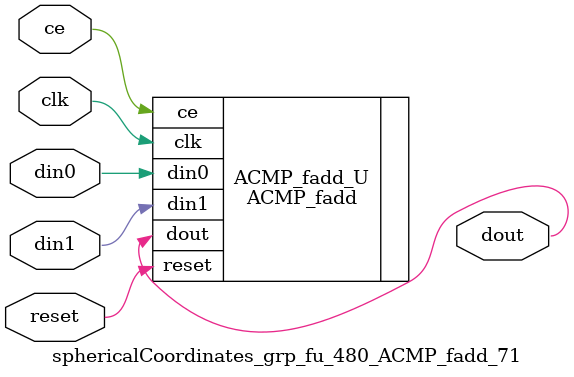
<source format=v>

`timescale 1 ns / 1 ps
module sphericalCoordinates_grp_fu_480_ACMP_fadd_71(
    clk,
    reset,
    ce,
    din0,
    din1,
    dout);

parameter ID = 32'd1;
parameter NUM_STAGE = 32'd1;
parameter din0_WIDTH = 32'd1;
parameter din1_WIDTH = 32'd1;
parameter dout_WIDTH = 32'd1;
input clk;
input reset;
input ce;
input[din0_WIDTH - 1:0] din0;
input[din1_WIDTH - 1:0] din1;
output[dout_WIDTH - 1:0] dout;



ACMP_fadd #(
.ID( ID ),
.NUM_STAGE( 4 ),
.din0_WIDTH( din0_WIDTH ),
.din1_WIDTH( din1_WIDTH ),
.dout_WIDTH( dout_WIDTH ))
ACMP_fadd_U(
    .clk( clk ),
    .reset( reset ),
    .ce( ce ),
    .din0( din0 ),
    .din1( din1 ),
    .dout( dout ));

endmodule

</source>
